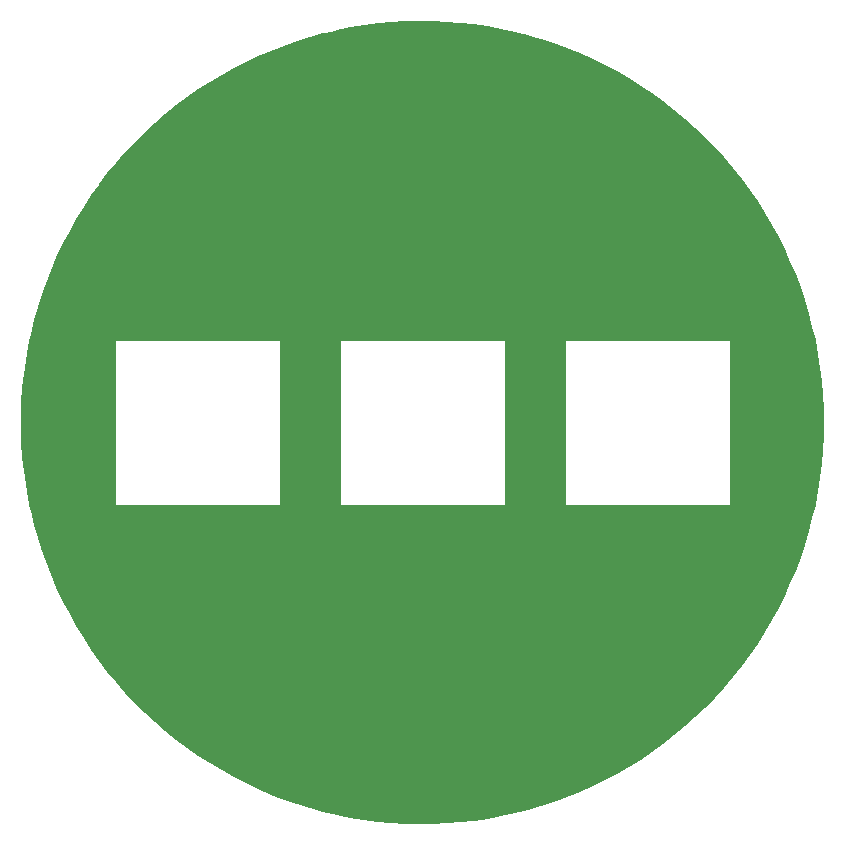
<source format=gbr>
G04 #@! TF.GenerationSoftware,KiCad,Pcbnew,7.0.5*
G04 #@! TF.CreationDate,2024-03-22T21:31:36-05:00*
G04 #@! TF.ProjectId,plate,706c6174-652e-46b6-9963-61645f706362,REV1*
G04 #@! TF.SameCoordinates,Original*
G04 #@! TF.FileFunction,Soldermask,Bot*
G04 #@! TF.FilePolarity,Negative*
%FSLAX46Y46*%
G04 Gerber Fmt 4.6, Leading zero omitted, Abs format (unit mm)*
G04 Created by KiCad (PCBNEW 7.0.5) date 2024-03-22 21:31:36*
%MOMM*%
%LPD*%
G01*
G04 APERTURE LIST*
G04 #@! TA.AperFunction,Profile*
%ADD10C,0.120000*%
G04 #@! TD*
G04 APERTURE END LIST*
D10*
X73950000Y-93000000D02*
X87950000Y-93000000D01*
X87950000Y-93000000D02*
X87950000Y-107000000D01*
X87950000Y-107000000D02*
X73950000Y-107000000D01*
X73950000Y-107000000D02*
X73950000Y-93000000D01*
X93000000Y-93000000D02*
X107000000Y-93000000D01*
X107000000Y-93000000D02*
X107000000Y-107000000D01*
X107000000Y-107000000D02*
X93000000Y-107000000D01*
X93000000Y-107000000D02*
X93000000Y-93000000D01*
X112050000Y-93000000D02*
X126050000Y-93000000D01*
X126050000Y-93000000D02*
X126050000Y-107000000D01*
X126050000Y-107000000D02*
X112050000Y-107000000D01*
X112050000Y-107000000D02*
X112050000Y-93000000D01*
G36*
X100875510Y-66006272D02*
G01*
X100875563Y-66006274D01*
X102041959Y-66056363D01*
X103205929Y-66146461D01*
X103206014Y-66146469D01*
X104366121Y-66276462D01*
X104366238Y-66276477D01*
X105521245Y-66446223D01*
X105521309Y-66446234D01*
X106669803Y-66655529D01*
X106669870Y-66655542D01*
X107810519Y-66904141D01*
X107810561Y-66904151D01*
X108941975Y-67191752D01*
X108942063Y-67191776D01*
X109402628Y-67325839D01*
X109402629Y-67325839D01*
X110062969Y-67518055D01*
X110063015Y-67518070D01*
X111172052Y-67882632D01*
X111172126Y-67882658D01*
X112267965Y-68285065D01*
X112268029Y-68285090D01*
X113349463Y-68724899D01*
X113349505Y-68724917D01*
X114415150Y-69201567D01*
X114415240Y-69201609D01*
X115463917Y-69714569D01*
X115464002Y-69714613D01*
X116494467Y-70263277D01*
X116494481Y-70263286D01*
X117505499Y-70846998D01*
X117505554Y-70847031D01*
X118495981Y-71465131D01*
X118495998Y-71465142D01*
X119464565Y-72116838D01*
X119464665Y-72116908D01*
X120410222Y-72801418D01*
X120410325Y-72801495D01*
X121331896Y-73518114D01*
X121331905Y-73518121D01*
X122228387Y-74265997D01*
X122228418Y-74266024D01*
X123098670Y-75044209D01*
X123098695Y-75044232D01*
X123941718Y-75851829D01*
X123941783Y-75851893D01*
X124756570Y-76687938D01*
X124756622Y-76687992D01*
X125542215Y-77551497D01*
X125542254Y-77551540D01*
X126297750Y-78441513D01*
X126297810Y-78441586D01*
X127022324Y-79356985D01*
X127022388Y-79357069D01*
X127714987Y-80296715D01*
X127715063Y-80296822D01*
X128132160Y-80905378D01*
X128132161Y-80905378D01*
X128375051Y-81259761D01*
X128375081Y-81259807D01*
X129001638Y-82244860D01*
X129001657Y-82244891D01*
X129594034Y-83250877D01*
X129594060Y-83250923D01*
X129838091Y-83699912D01*
X130151571Y-84276678D01*
X130151573Y-84276682D01*
X130673537Y-85320963D01*
X130673554Y-85320998D01*
X131159340Y-86382527D01*
X131159361Y-86382574D01*
X131608447Y-87460218D01*
X131608474Y-87460286D01*
X132020258Y-88552592D01*
X132020291Y-88552684D01*
X132394344Y-89658507D01*
X132394388Y-89658647D01*
X132730251Y-90776623D01*
X132730289Y-90776757D01*
X133027585Y-91905639D01*
X133027600Y-91905702D01*
X133285974Y-93044149D01*
X133286003Y-93044284D01*
X133505128Y-94190841D01*
X133505154Y-94190990D01*
X133684801Y-95344453D01*
X133684824Y-95344616D01*
X133824762Y-96503499D01*
X133824774Y-96503623D01*
X133924857Y-97666727D01*
X133924861Y-97666793D01*
X133984957Y-98832633D01*
X133984960Y-98832724D01*
X134005000Y-99999935D01*
X134005000Y-100000064D01*
X133984960Y-101167275D01*
X133984957Y-101167366D01*
X133924861Y-102333206D01*
X133924857Y-102333272D01*
X133824774Y-103496376D01*
X133824762Y-103496500D01*
X133684824Y-104655383D01*
X133684801Y-104655546D01*
X133505154Y-105809009D01*
X133505128Y-105809158D01*
X133286003Y-106955715D01*
X133285974Y-106955850D01*
X133027600Y-108094297D01*
X133027585Y-108094360D01*
X132730289Y-109223242D01*
X132730251Y-109223376D01*
X132394388Y-110341352D01*
X132394344Y-110341492D01*
X132020291Y-111447315D01*
X132020258Y-111447407D01*
X131608474Y-112539713D01*
X131608447Y-112539781D01*
X131159361Y-113617425D01*
X131159340Y-113617472D01*
X130673554Y-114679001D01*
X130673537Y-114679036D01*
X130151573Y-115723317D01*
X130151571Y-115723321D01*
X129594060Y-116749076D01*
X129594034Y-116749122D01*
X129001657Y-117755108D01*
X129001638Y-117755139D01*
X128375081Y-118740192D01*
X128375051Y-118740238D01*
X127715063Y-119703177D01*
X127714987Y-119703284D01*
X127022388Y-120642930D01*
X127022324Y-120643014D01*
X126297810Y-121558413D01*
X126297750Y-121558486D01*
X125542254Y-122448459D01*
X125542215Y-122448502D01*
X124756622Y-123312007D01*
X124756570Y-123312061D01*
X123941783Y-124148106D01*
X123941718Y-124148170D01*
X123098695Y-124955767D01*
X123098670Y-124955790D01*
X122228418Y-125733975D01*
X122228387Y-125734002D01*
X121331905Y-126481878D01*
X121331896Y-126481885D01*
X120410325Y-127198504D01*
X120410222Y-127198581D01*
X119464665Y-127883091D01*
X119464565Y-127883161D01*
X118495998Y-128534857D01*
X118495981Y-128534868D01*
X117505554Y-129152968D01*
X117505499Y-129153001D01*
X116494481Y-129736713D01*
X116494467Y-129736722D01*
X115464002Y-130285386D01*
X115463917Y-130285430D01*
X114415240Y-130798390D01*
X114415150Y-130798432D01*
X113349505Y-131275082D01*
X113349463Y-131275100D01*
X112268029Y-131714909D01*
X112267965Y-131714934D01*
X111172126Y-132117341D01*
X111172052Y-132117367D01*
X110063015Y-132481929D01*
X110062963Y-132481945D01*
X108942047Y-132808227D01*
X108941975Y-132808247D01*
X107810561Y-133095848D01*
X107810519Y-133095858D01*
X106669870Y-133344457D01*
X106669803Y-133344470D01*
X105521309Y-133553765D01*
X105521245Y-133553776D01*
X104366238Y-133723522D01*
X104366121Y-133723537D01*
X103206014Y-133853530D01*
X103205929Y-133853538D01*
X102041959Y-133943636D01*
X100875563Y-133993725D01*
X100875510Y-133993727D01*
X99708195Y-134003747D01*
X99708091Y-134003746D01*
X98541020Y-133973687D01*
X98540994Y-133973686D01*
X97375680Y-133903583D01*
X97375612Y-133903578D01*
X96213417Y-133793517D01*
X96213343Y-133793508D01*
X95055554Y-133643609D01*
X95055521Y-133643604D01*
X93903590Y-133454055D01*
X93903533Y-133454044D01*
X92758798Y-133225066D01*
X92758731Y-133225051D01*
X91622548Y-132956915D01*
X91622419Y-132956883D01*
X90496137Y-132649910D01*
X90496039Y-132649881D01*
X89380921Y-132304414D01*
X89380859Y-132304394D01*
X88278299Y-131920866D01*
X88278176Y-131920821D01*
X87189383Y-131499652D01*
X87189270Y-131499606D01*
X86115710Y-131041367D01*
X86115577Y-131041308D01*
X85058237Y-130546419D01*
X85058193Y-130546398D01*
X84018475Y-130015510D01*
X84018434Y-130015488D01*
X82997558Y-129449227D01*
X82997420Y-129449147D01*
X81996652Y-128848215D01*
X81996581Y-128848170D01*
X81016982Y-128213207D01*
X81016918Y-128213164D01*
X80059623Y-127544898D01*
X80059596Y-127544878D01*
X79125875Y-126844197D01*
X79125787Y-126844128D01*
X78216631Y-126111776D01*
X78216586Y-126111738D01*
X77333160Y-125348655D01*
X77333062Y-125348568D01*
X76476321Y-124555581D01*
X76476284Y-124555545D01*
X75647307Y-123733653D01*
X75647226Y-123733570D01*
X74846890Y-122883642D01*
X74846837Y-122883584D01*
X74076212Y-122006755D01*
X74076116Y-122006642D01*
X73336045Y-121103874D01*
X73335973Y-121103783D01*
X72627310Y-120176121D01*
X72627225Y-120176006D01*
X71950846Y-119224594D01*
X71950784Y-119224504D01*
X71307438Y-118250395D01*
X71307386Y-118250314D01*
X70697860Y-117254698D01*
X70697803Y-117254602D01*
X70122793Y-116238613D01*
X69582977Y-115203446D01*
X69582956Y-115203404D01*
X69079019Y-114150371D01*
X69078972Y-114150268D01*
X68611504Y-113080610D01*
X68611459Y-113080500D01*
X68180964Y-111995376D01*
X68180944Y-111995322D01*
X67787935Y-110896003D01*
X67787930Y-110895989D01*
X67689860Y-110588788D01*
X67432883Y-109783809D01*
X67432872Y-109783772D01*
X67116233Y-108660134D01*
X67116212Y-108660057D01*
X66838332Y-107526207D01*
X66838316Y-107526136D01*
X66721815Y-106968640D01*
X73955000Y-106968640D01*
X73981360Y-106995000D01*
X87918640Y-106995000D01*
X87945000Y-106968640D01*
X93005000Y-106968640D01*
X93031360Y-106995000D01*
X106968640Y-106995000D01*
X106995000Y-106968640D01*
X112055000Y-106968640D01*
X112081360Y-106995000D01*
X126018640Y-106995000D01*
X126045000Y-106968640D01*
X126045000Y-93031360D01*
X126018640Y-93005000D01*
X112081360Y-93005000D01*
X112055000Y-93031360D01*
X112055000Y-106968640D01*
X106995000Y-106968640D01*
X106995000Y-93031360D01*
X106968640Y-93005000D01*
X93031360Y-93005000D01*
X93005000Y-93031360D01*
X93005000Y-106968640D01*
X87945000Y-106968640D01*
X87945000Y-93031360D01*
X87918640Y-93005000D01*
X73981360Y-93005000D01*
X73955000Y-93031360D01*
X73955000Y-106968640D01*
X66721815Y-106968640D01*
X66689597Y-106814466D01*
X66599513Y-106383382D01*
X66599509Y-106383356D01*
X66400079Y-105233092D01*
X66400060Y-105232970D01*
X66240244Y-104076631D01*
X66240232Y-104076527D01*
X66120191Y-102915241D01*
X66120191Y-102915239D01*
X66040089Y-101750584D01*
X66040083Y-101750466D01*
X66000011Y-100583797D01*
X66000010Y-100583697D01*
X66000010Y-99416302D01*
X66000011Y-99416202D01*
X66040083Y-98249533D01*
X66040089Y-98249415D01*
X66120191Y-97084760D01*
X66120191Y-97084758D01*
X66240232Y-95923472D01*
X66240244Y-95923368D01*
X66400060Y-94767029D01*
X66400079Y-94766907D01*
X66599509Y-93616643D01*
X66599513Y-93616617D01*
X66715997Y-93059204D01*
X66838316Y-92473863D01*
X66838332Y-92473792D01*
X67116212Y-91339942D01*
X67116233Y-91339865D01*
X67432872Y-90216227D01*
X67432883Y-90216190D01*
X67787930Y-89104010D01*
X67787935Y-89103996D01*
X68180944Y-88004677D01*
X68180964Y-88004623D01*
X68611459Y-86919499D01*
X68611504Y-86919389D01*
X69078972Y-85849731D01*
X69079019Y-85849628D01*
X69582956Y-84796595D01*
X69582977Y-84796553D01*
X70122793Y-83761386D01*
X70697803Y-82745397D01*
X70697860Y-82745301D01*
X71307386Y-81749685D01*
X71307438Y-81749604D01*
X71950784Y-80775495D01*
X71950846Y-80775405D01*
X72609823Y-79848470D01*
X72609830Y-79848463D01*
X72627267Y-79823936D01*
X72627296Y-79823896D01*
X73335973Y-78896216D01*
X73336045Y-78896125D01*
X74076116Y-77993357D01*
X74076212Y-77993244D01*
X74846837Y-77116415D01*
X74846890Y-77116357D01*
X75647226Y-76266429D01*
X75647307Y-76266346D01*
X76476284Y-75444454D01*
X76476321Y-75444418D01*
X76978049Y-74980026D01*
X77333062Y-74651431D01*
X77333160Y-74651344D01*
X78216586Y-73888261D01*
X78216631Y-73888223D01*
X79125787Y-73155871D01*
X79125875Y-73155802D01*
X80059596Y-72455121D01*
X80059623Y-72455101D01*
X81016918Y-71786835D01*
X81016982Y-71786792D01*
X81996581Y-71151829D01*
X81996652Y-71151784D01*
X82997420Y-70550852D01*
X82997558Y-70550772D01*
X84018434Y-69984511D01*
X84018475Y-69984489D01*
X85058193Y-69453601D01*
X85058237Y-69453580D01*
X86115577Y-68958691D01*
X86115710Y-68958632D01*
X87189270Y-68500393D01*
X87189383Y-68500347D01*
X88278176Y-68079178D01*
X88278299Y-68079133D01*
X89380859Y-67695605D01*
X89380921Y-67695585D01*
X90496039Y-67350118D01*
X90496137Y-67350089D01*
X91622419Y-67043116D01*
X91622548Y-67043084D01*
X91822081Y-66995994D01*
X91822124Y-66995983D01*
X92571471Y-66819141D01*
X92758731Y-66774948D01*
X92758798Y-66774933D01*
X93903533Y-66545955D01*
X93903590Y-66545944D01*
X95055521Y-66356395D01*
X95055554Y-66356390D01*
X96213343Y-66206491D01*
X96213417Y-66206482D01*
X97375612Y-66096421D01*
X97375680Y-66096416D01*
X98540994Y-66026313D01*
X98541020Y-66026312D01*
X99708091Y-65996253D01*
X99708195Y-65996252D01*
X100875510Y-66006272D01*
G37*
M02*

</source>
